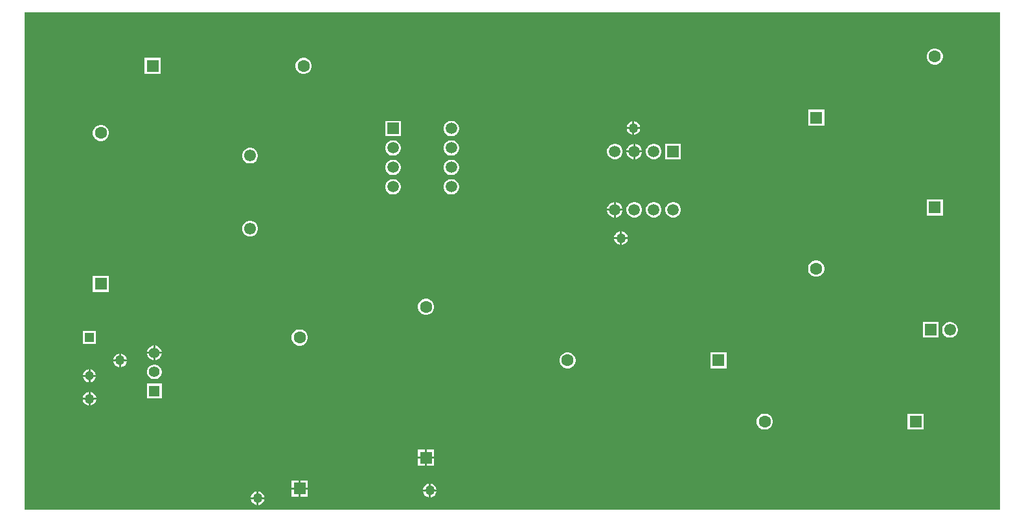
<source format=gbr>
%TF.GenerationSoftware,Altium Limited,Altium Designer,24.9.1 (31)*%
G04 Layer_Physical_Order=2*
G04 Layer_Color=16711680*
%FSLAX45Y45*%
%MOMM*%
%TF.SameCoordinates,90D1A1F6-6801-43AA-A97B-90F854C06351*%
%TF.FilePolarity,Positive*%
%TF.FileFunction,Copper,L2,Bot,Signal*%
%TF.Part,Single*%
G01*
G75*
%TA.AperFunction,ComponentPad*%
%ADD12C,1.20000*%
%ADD13R,1.20000X1.20000*%
%ADD14C,1.60020*%
%ADD15R,1.60020X1.60020*%
%ADD16R,1.50000X1.50000*%
%ADD17C,1.50000*%
%ADD18R,1.50000X1.50000*%
%ADD19R,1.60020X1.60020*%
%ADD20C,1.40000*%
%ADD21R,1.40000X1.40000*%
%ADD22C,1.55000*%
%ADD23R,1.55000X1.55000*%
%TA.AperFunction,ViaPad*%
%ADD24C,1.27000*%
G36*
X16100000Y2850000D02*
X3350000D01*
Y9350000D01*
X16100000D01*
Y2850000D01*
D02*
G37*
%LPC*%
G36*
X15263878Y8878990D02*
X15236122D01*
X15209312Y8871806D01*
X15185277Y8857929D01*
X15165651Y8838303D01*
X15151775Y8814267D01*
X15144591Y8787458D01*
Y8759703D01*
X15151775Y8732893D01*
X15165651Y8708857D01*
X15185277Y8689231D01*
X15209312Y8675354D01*
X15236122Y8668170D01*
X15263878D01*
X15290688Y8675354D01*
X15314723Y8689231D01*
X15334349Y8708857D01*
X15348225Y8732893D01*
X15355409Y8759703D01*
Y8787458D01*
X15348225Y8814267D01*
X15334349Y8838303D01*
X15314723Y8857929D01*
X15290688Y8871806D01*
X15263878Y8878990D01*
D02*
G37*
G36*
X7013878Y8755410D02*
X6986122D01*
X6959313Y8748226D01*
X6935277Y8734349D01*
X6915651Y8714723D01*
X6901774Y8690687D01*
X6894590Y8663878D01*
Y8636122D01*
X6901774Y8609313D01*
X6915651Y8585277D01*
X6935277Y8565651D01*
X6959313Y8551774D01*
X6986122Y8544590D01*
X7013878D01*
X7040687Y8551774D01*
X7064723Y8565651D01*
X7084349Y8585277D01*
X7098226Y8609313D01*
X7105410Y8636122D01*
Y8663878D01*
X7098226Y8690687D01*
X7084349Y8714723D01*
X7064723Y8734349D01*
X7040687Y8748226D01*
X7013878Y8755410D01*
D02*
G37*
G36*
X5131830D02*
X4921010D01*
Y8544590D01*
X5131830D01*
Y8755410D01*
D02*
G37*
G36*
X13805409Y8078990D02*
X13594591D01*
Y7868170D01*
X13805409D01*
Y8078990D01*
D02*
G37*
G36*
X11324200Y7927133D02*
Y7851200D01*
X11400133D01*
X11394341Y7872814D01*
X11382638Y7893086D01*
X11366086Y7909638D01*
X11345814Y7921342D01*
X11324200Y7927133D01*
D02*
G37*
G36*
X11298800D02*
X11277186Y7921342D01*
X11256914Y7909638D01*
X11240362Y7893086D01*
X11228658Y7872814D01*
X11222867Y7851200D01*
X11298800D01*
Y7927133D01*
D02*
G37*
G36*
X11400133Y7825800D02*
X11324200D01*
Y7749867D01*
X11345814Y7755659D01*
X11366086Y7767362D01*
X11382638Y7783914D01*
X11394341Y7804186D01*
X11400133Y7825800D01*
D02*
G37*
G36*
X11298800D02*
X11222867D01*
X11228658Y7804186D01*
X11240362Y7783914D01*
X11256914Y7767362D01*
X11277186Y7755659D01*
X11298800Y7749867D01*
Y7825800D01*
D02*
G37*
G36*
X8944218Y7931400D02*
X8917782D01*
X8892247Y7924558D01*
X8869353Y7911340D01*
X8850660Y7892647D01*
X8837442Y7869753D01*
X8830600Y7844218D01*
Y7817782D01*
X8837442Y7792247D01*
X8850660Y7769353D01*
X8869353Y7750660D01*
X8892247Y7737442D01*
X8917782Y7730600D01*
X8944218D01*
X8969753Y7737442D01*
X8992647Y7750660D01*
X9011340Y7769353D01*
X9024558Y7792247D01*
X9031400Y7817782D01*
Y7844218D01*
X9024558Y7869753D01*
X9011340Y7892647D01*
X8992647Y7911340D01*
X8969753Y7924558D01*
X8944218Y7931400D01*
D02*
G37*
G36*
X8269400D02*
X8068600D01*
Y7730600D01*
X8269400D01*
Y7931400D01*
D02*
G37*
G36*
X4363877Y7878990D02*
X4336122D01*
X4309313Y7871806D01*
X4285277Y7857929D01*
X4265651Y7838303D01*
X4251774Y7814267D01*
X4244590Y7787458D01*
Y7759703D01*
X4251774Y7732893D01*
X4265651Y7708857D01*
X4285277Y7689231D01*
X4309313Y7675354D01*
X4336122Y7668170D01*
X4363877D01*
X4390687Y7675354D01*
X4414723Y7689231D01*
X4434349Y7708857D01*
X4448226Y7732893D01*
X4455410Y7759703D01*
Y7787458D01*
X4448226Y7814267D01*
X4434349Y7838303D01*
X4414723Y7857929D01*
X4390687Y7871806D01*
X4363877Y7878990D01*
D02*
G37*
G36*
X11336218Y7631400D02*
X11335700D01*
Y7543700D01*
X11423400D01*
Y7544218D01*
X11416558Y7569753D01*
X11403340Y7592647D01*
X11384647Y7611340D01*
X11361753Y7624558D01*
X11336218Y7631400D01*
D02*
G37*
G36*
X11310300D02*
X11309782D01*
X11284247Y7624558D01*
X11261353Y7611340D01*
X11242660Y7592647D01*
X11229442Y7569753D01*
X11222600Y7544218D01*
Y7543700D01*
X11310300D01*
Y7631400D01*
D02*
G37*
G36*
X8944218Y7677400D02*
X8917782D01*
X8892247Y7670558D01*
X8869353Y7657340D01*
X8850660Y7638647D01*
X8837442Y7615753D01*
X8830600Y7590218D01*
Y7563782D01*
X8837442Y7538247D01*
X8850660Y7515353D01*
X8869353Y7496660D01*
X8892247Y7483442D01*
X8917782Y7476600D01*
X8944218D01*
X8969753Y7483442D01*
X8992647Y7496660D01*
X9011340Y7515353D01*
X9024558Y7538247D01*
X9031400Y7563782D01*
Y7590218D01*
X9024558Y7615753D01*
X9011340Y7638647D01*
X8992647Y7657340D01*
X8969753Y7670558D01*
X8944218Y7677400D01*
D02*
G37*
G36*
X8182218D02*
X8155782D01*
X8130247Y7670558D01*
X8107353Y7657340D01*
X8088660Y7638647D01*
X8075442Y7615753D01*
X8068600Y7590218D01*
Y7563782D01*
X8075442Y7538247D01*
X8088660Y7515353D01*
X8107353Y7496660D01*
X8130247Y7483442D01*
X8155782Y7476600D01*
X8182218D01*
X8207753Y7483442D01*
X8230647Y7496660D01*
X8249340Y7515353D01*
X8262558Y7538247D01*
X8269400Y7563782D01*
Y7590218D01*
X8262558Y7615753D01*
X8249340Y7638647D01*
X8230647Y7657340D01*
X8207753Y7670558D01*
X8182218Y7677400D01*
D02*
G37*
G36*
X11931400Y7631400D02*
X11730600D01*
Y7430600D01*
X11931400D01*
Y7631400D01*
D02*
G37*
G36*
X11590218D02*
X11563782D01*
X11538247Y7624558D01*
X11515353Y7611340D01*
X11496660Y7592647D01*
X11483442Y7569753D01*
X11476600Y7544218D01*
Y7517782D01*
X11483442Y7492247D01*
X11496660Y7469353D01*
X11515353Y7450660D01*
X11538247Y7437442D01*
X11563782Y7430600D01*
X11590218D01*
X11615753Y7437442D01*
X11638647Y7450660D01*
X11657340Y7469353D01*
X11670558Y7492247D01*
X11677400Y7517782D01*
Y7544218D01*
X11670558Y7569753D01*
X11657340Y7592647D01*
X11638647Y7611340D01*
X11615753Y7624558D01*
X11590218Y7631400D01*
D02*
G37*
G36*
X11423400Y7518300D02*
X11335700D01*
Y7430600D01*
X11336218D01*
X11361753Y7437442D01*
X11384647Y7450660D01*
X11403340Y7469353D01*
X11416558Y7492247D01*
X11423400Y7517782D01*
Y7518300D01*
D02*
G37*
G36*
X11310300D02*
X11222600D01*
Y7517782D01*
X11229442Y7492247D01*
X11242660Y7469353D01*
X11261353Y7450660D01*
X11284247Y7437442D01*
X11309782Y7430600D01*
X11310300D01*
Y7518300D01*
D02*
G37*
G36*
X11082218Y7631400D02*
X11055782D01*
X11030247Y7624558D01*
X11007353Y7611340D01*
X10988660Y7592647D01*
X10975442Y7569753D01*
X10968600Y7544218D01*
Y7517782D01*
X10975442Y7492247D01*
X10988660Y7469353D01*
X11007353Y7450660D01*
X11030247Y7437442D01*
X11055782Y7430600D01*
X11082218D01*
X11107753Y7437442D01*
X11130647Y7450660D01*
X11149340Y7469353D01*
X11162558Y7492247D01*
X11169400Y7517782D01*
Y7544218D01*
X11162558Y7569753D01*
X11149340Y7592647D01*
X11130647Y7611340D01*
X11107753Y7624558D01*
X11082218Y7631400D01*
D02*
G37*
G36*
X6313547Y7579900D02*
X6286453D01*
X6260282Y7572888D01*
X6236818Y7559340D01*
X6217660Y7540182D01*
X6204113Y7516718D01*
X6197100Y7490547D01*
Y7463453D01*
X6204113Y7437282D01*
X6217660Y7413818D01*
X6236818Y7394660D01*
X6260282Y7381112D01*
X6286453Y7374100D01*
X6313547D01*
X6339718Y7381112D01*
X6363182Y7394660D01*
X6382341Y7413818D01*
X6395888Y7437282D01*
X6402900Y7463453D01*
Y7490547D01*
X6395888Y7516718D01*
X6382341Y7540182D01*
X6363182Y7559340D01*
X6339718Y7572888D01*
X6313547Y7579900D01*
D02*
G37*
G36*
X8944218Y7423400D02*
X8917782D01*
X8892247Y7416558D01*
X8869353Y7403340D01*
X8850660Y7384647D01*
X8837442Y7361753D01*
X8830600Y7336218D01*
Y7309782D01*
X8837442Y7284247D01*
X8850660Y7261353D01*
X8869353Y7242660D01*
X8892247Y7229442D01*
X8917782Y7222600D01*
X8944218D01*
X8969753Y7229442D01*
X8992647Y7242660D01*
X9011340Y7261353D01*
X9024558Y7284247D01*
X9031400Y7309782D01*
Y7336218D01*
X9024558Y7361753D01*
X9011340Y7384647D01*
X8992647Y7403340D01*
X8969753Y7416558D01*
X8944218Y7423400D01*
D02*
G37*
G36*
X8182218D02*
X8155782D01*
X8130247Y7416558D01*
X8107353Y7403340D01*
X8088660Y7384647D01*
X8075442Y7361753D01*
X8068600Y7336218D01*
Y7309782D01*
X8075442Y7284247D01*
X8088660Y7261353D01*
X8107353Y7242660D01*
X8130247Y7229442D01*
X8155782Y7222600D01*
X8182218D01*
X8207753Y7229442D01*
X8230647Y7242660D01*
X8249340Y7261353D01*
X8262558Y7284247D01*
X8269400Y7309782D01*
Y7336218D01*
X8262558Y7361753D01*
X8249340Y7384647D01*
X8230647Y7403340D01*
X8207753Y7416558D01*
X8182218Y7423400D01*
D02*
G37*
G36*
X8944218Y7169400D02*
X8917782D01*
X8892247Y7162558D01*
X8869353Y7149340D01*
X8850660Y7130647D01*
X8837442Y7107753D01*
X8830600Y7082218D01*
Y7055782D01*
X8837442Y7030247D01*
X8850660Y7007353D01*
X8869353Y6988660D01*
X8892247Y6975442D01*
X8917782Y6968600D01*
X8944218D01*
X8969753Y6975442D01*
X8992647Y6988660D01*
X9011340Y7007353D01*
X9024558Y7030247D01*
X9031400Y7055782D01*
Y7082218D01*
X9024558Y7107753D01*
X9011340Y7130647D01*
X8992647Y7149340D01*
X8969753Y7162558D01*
X8944218Y7169400D01*
D02*
G37*
G36*
X8182218D02*
X8155782D01*
X8130247Y7162558D01*
X8107353Y7149340D01*
X8088660Y7130647D01*
X8075442Y7107753D01*
X8068600Y7082218D01*
Y7055782D01*
X8075442Y7030247D01*
X8088660Y7007353D01*
X8107353Y6988660D01*
X8130247Y6975442D01*
X8155782Y6968600D01*
X8182218D01*
X8207753Y6975442D01*
X8230647Y6988660D01*
X8249340Y7007353D01*
X8262558Y7030247D01*
X8269400Y7055782D01*
Y7082218D01*
X8262558Y7107753D01*
X8249340Y7130647D01*
X8230647Y7149340D01*
X8207753Y7162558D01*
X8182218Y7169400D01*
D02*
G37*
G36*
X11082218Y6869400D02*
X11081700D01*
Y6781700D01*
X11169400D01*
Y6782218D01*
X11162558Y6807753D01*
X11149340Y6830647D01*
X11130647Y6849340D01*
X11107753Y6862558D01*
X11082218Y6869400D01*
D02*
G37*
G36*
X11056300D02*
X11055782D01*
X11030247Y6862558D01*
X11007353Y6849340D01*
X10988660Y6830647D01*
X10975442Y6807753D01*
X10968600Y6782218D01*
Y6781700D01*
X11056300D01*
Y6869400D01*
D02*
G37*
G36*
X15355409Y6905410D02*
X15144591D01*
Y6694590D01*
X15355409D01*
Y6905410D01*
D02*
G37*
G36*
X11844218Y6869400D02*
X11817782D01*
X11792247Y6862558D01*
X11769353Y6849340D01*
X11750660Y6830647D01*
X11737442Y6807753D01*
X11730600Y6782218D01*
Y6755782D01*
X11737442Y6730247D01*
X11750660Y6707353D01*
X11769353Y6688660D01*
X11792247Y6675442D01*
X11817782Y6668600D01*
X11844218D01*
X11869753Y6675442D01*
X11892647Y6688660D01*
X11911340Y6707353D01*
X11924558Y6730247D01*
X11931400Y6755782D01*
Y6782218D01*
X11924558Y6807753D01*
X11911340Y6830647D01*
X11892647Y6849340D01*
X11869753Y6862558D01*
X11844218Y6869400D01*
D02*
G37*
G36*
X11590218D02*
X11563782D01*
X11538247Y6862558D01*
X11515353Y6849340D01*
X11496660Y6830647D01*
X11483442Y6807753D01*
X11476600Y6782218D01*
Y6755782D01*
X11483442Y6730247D01*
X11496660Y6707353D01*
X11515353Y6688660D01*
X11538247Y6675442D01*
X11563782Y6668600D01*
X11590218D01*
X11615753Y6675442D01*
X11638647Y6688660D01*
X11657340Y6707353D01*
X11670558Y6730247D01*
X11677400Y6755782D01*
Y6782218D01*
X11670558Y6807753D01*
X11657340Y6830647D01*
X11638647Y6849340D01*
X11615753Y6862558D01*
X11590218Y6869400D01*
D02*
G37*
G36*
X11336218D02*
X11309782D01*
X11284247Y6862558D01*
X11261353Y6849340D01*
X11242660Y6830647D01*
X11229442Y6807753D01*
X11222600Y6782218D01*
Y6755782D01*
X11229442Y6730247D01*
X11242660Y6707353D01*
X11261353Y6688660D01*
X11284247Y6675442D01*
X11309782Y6668600D01*
X11336218D01*
X11361753Y6675442D01*
X11384647Y6688660D01*
X11403340Y6707353D01*
X11416558Y6730247D01*
X11423400Y6755782D01*
Y6782218D01*
X11416558Y6807753D01*
X11403340Y6830647D01*
X11384647Y6849340D01*
X11361753Y6862558D01*
X11336218Y6869400D01*
D02*
G37*
G36*
X11169400Y6756300D02*
X11081700D01*
Y6668600D01*
X11082218D01*
X11107753Y6675442D01*
X11130647Y6688660D01*
X11149340Y6707353D01*
X11162558Y6730247D01*
X11169400Y6755782D01*
Y6756300D01*
D02*
G37*
G36*
X11056300D02*
X10968600D01*
Y6755782D01*
X10975442Y6730247D01*
X10988660Y6707353D01*
X11007353Y6688660D01*
X11030247Y6675442D01*
X11055782Y6668600D01*
X11056300D01*
Y6756300D01*
D02*
G37*
G36*
X6313547Y6625900D02*
X6286453D01*
X6260282Y6618887D01*
X6236818Y6605340D01*
X6217660Y6586182D01*
X6204113Y6562718D01*
X6197100Y6536547D01*
Y6509453D01*
X6204113Y6483282D01*
X6217660Y6459818D01*
X6236818Y6440659D01*
X6260282Y6427112D01*
X6286453Y6420100D01*
X6313547D01*
X6339718Y6427112D01*
X6363182Y6440659D01*
X6382341Y6459818D01*
X6395888Y6483282D01*
X6402900Y6509453D01*
Y6536547D01*
X6395888Y6562718D01*
X6382341Y6586182D01*
X6363182Y6605340D01*
X6339718Y6618887D01*
X6313547Y6625900D01*
D02*
G37*
G36*
X11162700Y6488633D02*
Y6412700D01*
X11238633D01*
X11232842Y6434314D01*
X11221138Y6454586D01*
X11204586Y6471138D01*
X11184314Y6482841D01*
X11162700Y6488633D01*
D02*
G37*
G36*
X11137300D02*
X11115686Y6482841D01*
X11095414Y6471138D01*
X11078862Y6454586D01*
X11067158Y6434314D01*
X11061367Y6412700D01*
X11137300D01*
Y6488633D01*
D02*
G37*
G36*
X11238633Y6387300D02*
X11162700D01*
Y6311367D01*
X11184314Y6317158D01*
X11204586Y6328862D01*
X11221138Y6345414D01*
X11232842Y6365686D01*
X11238633Y6387300D01*
D02*
G37*
G36*
X11137300D02*
X11061367D01*
X11067158Y6365686D01*
X11078862Y6345414D01*
X11095414Y6328862D01*
X11115686Y6317158D01*
X11137300Y6311367D01*
Y6387300D01*
D02*
G37*
G36*
X13713878Y6105410D02*
X13686122D01*
X13659312Y6098226D01*
X13635277Y6084349D01*
X13615651Y6064723D01*
X13601775Y6040687D01*
X13594591Y6013877D01*
Y5986122D01*
X13601775Y5959313D01*
X13615651Y5935277D01*
X13635277Y5915651D01*
X13659312Y5901774D01*
X13686122Y5894590D01*
X13713878D01*
X13740688Y5901774D01*
X13764723Y5915651D01*
X13784349Y5935277D01*
X13798225Y5959313D01*
X13805409Y5986122D01*
Y6013877D01*
X13798225Y6040687D01*
X13784349Y6064723D01*
X13764723Y6084349D01*
X13740688Y6098226D01*
X13713878Y6105410D01*
D02*
G37*
G36*
X4455410Y5905410D02*
X4244590D01*
Y5694590D01*
X4455410D01*
Y5905410D01*
D02*
G37*
G36*
X8613878Y5605410D02*
X8586123D01*
X8559313Y5598226D01*
X8535277Y5584349D01*
X8515651Y5564723D01*
X8501774Y5540687D01*
X8494590Y5513877D01*
Y5486122D01*
X8501774Y5459313D01*
X8515651Y5435277D01*
X8535277Y5415651D01*
X8559313Y5401774D01*
X8586123Y5394590D01*
X8613878D01*
X8640687Y5401774D01*
X8664723Y5415651D01*
X8684349Y5435277D01*
X8698226Y5459313D01*
X8705410Y5486122D01*
Y5513877D01*
X8698226Y5540687D01*
X8684349Y5564723D01*
X8664723Y5584349D01*
X8640687Y5598226D01*
X8613878Y5605410D01*
D02*
G37*
G36*
X15463547Y5302900D02*
X15436453D01*
X15410281Y5295888D01*
X15386818Y5282340D01*
X15367661Y5263182D01*
X15354112Y5239718D01*
X15347099Y5213547D01*
Y5186453D01*
X15354112Y5160282D01*
X15367661Y5136818D01*
X15386818Y5117660D01*
X15410281Y5104112D01*
X15436453Y5097100D01*
X15463547D01*
X15489719Y5104112D01*
X15513182Y5117660D01*
X15532341Y5136818D01*
X15545888Y5160282D01*
X15552901Y5186453D01*
Y5213547D01*
X15545888Y5239718D01*
X15532341Y5263182D01*
X15513182Y5282340D01*
X15489719Y5295888D01*
X15463547Y5302900D01*
D02*
G37*
G36*
X15302901D02*
X15097099D01*
Y5097100D01*
X15302901D01*
Y5302900D01*
D02*
G37*
G36*
X4285400Y5185400D02*
X4114600D01*
Y5014600D01*
X4285400D01*
Y5185400D01*
D02*
G37*
G36*
X6963878Y5205410D02*
X6936123D01*
X6909313Y5198226D01*
X6885277Y5184349D01*
X6865651Y5164723D01*
X6851774Y5140687D01*
X6844590Y5113878D01*
Y5086122D01*
X6851774Y5059313D01*
X6865651Y5035277D01*
X6885277Y5015651D01*
X6909313Y5001774D01*
X6936123Y4994590D01*
X6963878D01*
X6990687Y5001774D01*
X7014723Y5015651D01*
X7034349Y5035277D01*
X7048226Y5059313D01*
X7055410Y5086122D01*
Y5113878D01*
X7048226Y5140687D01*
X7034349Y5164723D01*
X7014723Y5184349D01*
X6990687Y5198226D01*
X6963878Y5205410D01*
D02*
G37*
G36*
X5062700Y4995362D02*
Y4912700D01*
X5145362D01*
X5138899Y4936823D01*
X5126339Y4958577D01*
X5108577Y4976339D01*
X5086823Y4988899D01*
X5062700Y4995362D01*
D02*
G37*
G36*
X5037300D02*
X5013177Y4988899D01*
X4991423Y4976339D01*
X4973661Y4958577D01*
X4961102Y4936823D01*
X4954638Y4912700D01*
X5037300D01*
Y4995362D01*
D02*
G37*
G36*
X4612700Y4888633D02*
Y4812700D01*
X4688633D01*
X4682842Y4834314D01*
X4671138Y4854586D01*
X4654586Y4871138D01*
X4634314Y4882842D01*
X4612700Y4888633D01*
D02*
G37*
G36*
X4587300D02*
X4565686Y4882842D01*
X4545414Y4871138D01*
X4528862Y4854586D01*
X4517158Y4834314D01*
X4511367Y4812700D01*
X4587300D01*
Y4888633D01*
D02*
G37*
G36*
X5145362Y4887300D02*
X5062700D01*
Y4804638D01*
X5086823Y4811102D01*
X5108577Y4823661D01*
X5126339Y4841423D01*
X5138899Y4863177D01*
X5145362Y4887300D01*
D02*
G37*
G36*
X5037300D02*
X4954638D01*
X4961102Y4863177D01*
X4973661Y4841423D01*
X4991423Y4823661D01*
X5013177Y4811102D01*
X5037300Y4804638D01*
Y4887300D01*
D02*
G37*
G36*
X4688633Y4787300D02*
X4612700D01*
Y4711367D01*
X4634314Y4717158D01*
X4654586Y4728862D01*
X4671138Y4745414D01*
X4682842Y4765686D01*
X4688633Y4787300D01*
D02*
G37*
G36*
X4587300D02*
X4511367D01*
X4517158Y4765686D01*
X4528862Y4745414D01*
X4545414Y4728862D01*
X4565686Y4717158D01*
X4587300Y4711367D01*
Y4787300D01*
D02*
G37*
G36*
X12528990Y4905410D02*
X12318170D01*
Y4694590D01*
X12528990D01*
Y4905410D01*
D02*
G37*
G36*
X10463877D02*
X10436122D01*
X10409313Y4898226D01*
X10385277Y4884349D01*
X10365651Y4864723D01*
X10351774Y4840687D01*
X10344590Y4813878D01*
Y4786123D01*
X10351774Y4759313D01*
X10365651Y4735277D01*
X10385277Y4715651D01*
X10409313Y4701774D01*
X10436122Y4694590D01*
X10463877D01*
X10490687Y4701774D01*
X10514723Y4715651D01*
X10534349Y4735277D01*
X10548226Y4759313D01*
X10555410Y4786123D01*
Y4813878D01*
X10548226Y4840687D01*
X10534349Y4864723D01*
X10514723Y4884349D01*
X10490687Y4898226D01*
X10463877Y4905410D01*
D02*
G37*
G36*
X4212700Y4685009D02*
Y4612700D01*
X4285009D01*
X4279580Y4632963D01*
X4268337Y4652437D01*
X4252437Y4668337D01*
X4232963Y4679580D01*
X4212700Y4685009D01*
D02*
G37*
G36*
X4187300D02*
X4167037Y4679580D01*
X4147563Y4668337D01*
X4131663Y4652437D01*
X4120420Y4632963D01*
X4114990Y4612700D01*
X4187300D01*
Y4685009D01*
D02*
G37*
G36*
X5062560Y4745400D02*
X5037441D01*
X5013177Y4738899D01*
X4991423Y4726339D01*
X4973661Y4708577D01*
X4961102Y4686823D01*
X4954600Y4662560D01*
Y4637441D01*
X4961102Y4613177D01*
X4973661Y4591423D01*
X4991423Y4573661D01*
X5013177Y4561102D01*
X5037441Y4554600D01*
X5062560D01*
X5086823Y4561102D01*
X5108577Y4573661D01*
X5126339Y4591423D01*
X5138899Y4613177D01*
X5145400Y4637441D01*
Y4662560D01*
X5138899Y4686823D01*
X5126339Y4708577D01*
X5108577Y4726339D01*
X5086823Y4738899D01*
X5062560Y4745400D01*
D02*
G37*
G36*
X4285009Y4587300D02*
X4212700D01*
Y4514990D01*
X4232963Y4520420D01*
X4252437Y4531663D01*
X4268337Y4547563D01*
X4279580Y4567037D01*
X4285009Y4587300D01*
D02*
G37*
G36*
X4187300D02*
X4114990D01*
X4120420Y4567037D01*
X4131663Y4547563D01*
X4147563Y4531663D01*
X4167037Y4520420D01*
X4187300Y4514990D01*
Y4587300D01*
D02*
G37*
G36*
X4212700Y4388633D02*
Y4312700D01*
X4288633D01*
X4282842Y4334314D01*
X4271138Y4354586D01*
X4254586Y4371138D01*
X4234314Y4382842D01*
X4212700Y4388633D01*
D02*
G37*
G36*
X4187300D02*
X4165686Y4382842D01*
X4145414Y4371138D01*
X4128862Y4354586D01*
X4117158Y4334314D01*
X4111367Y4312700D01*
X4187300D01*
Y4388633D01*
D02*
G37*
G36*
X5145400Y4495400D02*
X4954600D01*
Y4304600D01*
X5145400D01*
Y4495400D01*
D02*
G37*
G36*
X4288633Y4287300D02*
X4212700D01*
Y4211367D01*
X4234314Y4217158D01*
X4254586Y4228862D01*
X4271138Y4245414D01*
X4282842Y4265686D01*
X4288633Y4287300D01*
D02*
G37*
G36*
X4187300D02*
X4111367D01*
X4117158Y4265686D01*
X4128862Y4245414D01*
X4145414Y4228862D01*
X4165686Y4217158D01*
X4187300Y4211367D01*
Y4287300D01*
D02*
G37*
G36*
X15105409Y4105410D02*
X14894591D01*
Y3894590D01*
X15105409D01*
Y4105410D01*
D02*
G37*
G36*
X13040298D02*
X13012543D01*
X12985733Y4098226D01*
X12961697Y4084349D01*
X12942072Y4064723D01*
X12928194Y4040687D01*
X12921010Y4013877D01*
Y3986122D01*
X12928194Y3959313D01*
X12942072Y3935277D01*
X12961697Y3915651D01*
X12985733Y3901774D01*
X13012543Y3894590D01*
X13040298D01*
X13067107Y3901774D01*
X13091142Y3915651D01*
X13110770Y3935277D01*
X13124646Y3959313D01*
X13131830Y3986122D01*
Y4013877D01*
X13124646Y4040687D01*
X13110770Y4064723D01*
X13091142Y4084349D01*
X13067107Y4098226D01*
X13040298Y4105410D01*
D02*
G37*
G36*
X8705410Y3631830D02*
X8612700D01*
Y3539120D01*
X8705410D01*
Y3631830D01*
D02*
G37*
G36*
X8587300D02*
X8494590D01*
Y3539120D01*
X8587300D01*
Y3631830D01*
D02*
G37*
G36*
X8705410Y3513720D02*
X8612700D01*
Y3421010D01*
X8705410D01*
Y3513720D01*
D02*
G37*
G36*
X8587300D02*
X8494590D01*
Y3421010D01*
X8587300D01*
Y3513720D01*
D02*
G37*
G36*
X7055410Y3231830D02*
X6962700D01*
Y3139120D01*
X7055410D01*
Y3231830D01*
D02*
G37*
G36*
X6937300D02*
X6844590D01*
Y3139120D01*
X6937300D01*
Y3231830D01*
D02*
G37*
G36*
X8662700Y3188633D02*
Y3112700D01*
X8738633D01*
X8732842Y3134314D01*
X8721138Y3154586D01*
X8704586Y3171138D01*
X8684314Y3182841D01*
X8662700Y3188633D01*
D02*
G37*
G36*
X8637300D02*
X8615686Y3182841D01*
X8595414Y3171138D01*
X8578862Y3154586D01*
X8567158Y3134314D01*
X8561367Y3112700D01*
X8637300D01*
Y3188633D01*
D02*
G37*
G36*
X7055410Y3113720D02*
X6962700D01*
Y3021010D01*
X7055410D01*
Y3113720D01*
D02*
G37*
G36*
X6937300D02*
X6844590D01*
Y3021010D01*
X6937300D01*
Y3113720D01*
D02*
G37*
G36*
X6412700Y3088633D02*
Y3012700D01*
X6488633D01*
X6482841Y3034314D01*
X6471138Y3054586D01*
X6454586Y3071138D01*
X6434314Y3082842D01*
X6412700Y3088633D01*
D02*
G37*
G36*
X6387300D02*
X6365686Y3082842D01*
X6345414Y3071138D01*
X6328862Y3054586D01*
X6317158Y3034314D01*
X6311367Y3012700D01*
X6387300D01*
Y3088633D01*
D02*
G37*
G36*
X8738633Y3087300D02*
X8662700D01*
Y3011367D01*
X8684314Y3017158D01*
X8704586Y3028862D01*
X8721138Y3045414D01*
X8732842Y3065686D01*
X8738633Y3087300D01*
D02*
G37*
G36*
X8637300D02*
X8561367D01*
X8567158Y3065686D01*
X8578862Y3045414D01*
X8595414Y3028862D01*
X8615686Y3017158D01*
X8637300Y3011367D01*
Y3087300D01*
D02*
G37*
G36*
X6488633Y2987300D02*
X6412700D01*
Y2911367D01*
X6434314Y2917159D01*
X6454586Y2928862D01*
X6471138Y2945414D01*
X6482841Y2965686D01*
X6488633Y2987300D01*
D02*
G37*
G36*
X6387300D02*
X6311367D01*
X6317158Y2965686D01*
X6328862Y2945414D01*
X6345414Y2928862D01*
X6365686Y2917159D01*
X6387300Y2911367D01*
Y2987300D01*
D02*
G37*
%LPD*%
D12*
X4200000Y4600000D02*
D03*
D13*
Y5100000D02*
D03*
D14*
X8600000Y5500000D02*
D03*
X6950000Y5100000D02*
D03*
X7000000Y8650000D02*
D03*
X15250000Y8773580D02*
D03*
X13026421Y4000000D02*
D03*
X4350000Y7773580D02*
D03*
X10450000Y4800000D02*
D03*
X13700000Y6000000D02*
D03*
D15*
X8600000Y3526420D02*
D03*
X6950000Y3126420D02*
D03*
X15250000Y6800000D02*
D03*
X4350000Y5800000D02*
D03*
X13700000Y7973580D02*
D03*
D16*
X11831000Y7531000D02*
D03*
D17*
X11577000D02*
D03*
X11323000D02*
D03*
X11069000D02*
D03*
X11831000Y6769000D02*
D03*
X11577000D02*
D03*
X11323000D02*
D03*
X11069000D02*
D03*
X8169000Y7577000D02*
D03*
Y7323000D02*
D03*
Y7069000D02*
D03*
X8931000Y7831000D02*
D03*
Y7577000D02*
D03*
Y7323000D02*
D03*
Y7069000D02*
D03*
D18*
X8169000Y7831000D02*
D03*
D19*
X5026420Y8650000D02*
D03*
X15000000Y4000000D02*
D03*
X12423580Y4800000D02*
D03*
D20*
X5050000Y4900000D02*
D03*
Y4650000D02*
D03*
D21*
Y4400000D02*
D03*
D22*
X6300000Y6523000D02*
D03*
Y7477000D02*
D03*
X15450000Y5200000D02*
D03*
D23*
X15200000D02*
D03*
D24*
X4200000Y4300000D02*
D03*
X11311500Y7838500D02*
D03*
X11150000Y6400000D02*
D03*
X6400000Y3000000D02*
D03*
X8650000Y3100000D02*
D03*
X4600000Y4800000D02*
D03*
%TF.MD5,9e3587879da06541088472427974c688*%
M02*

</source>
